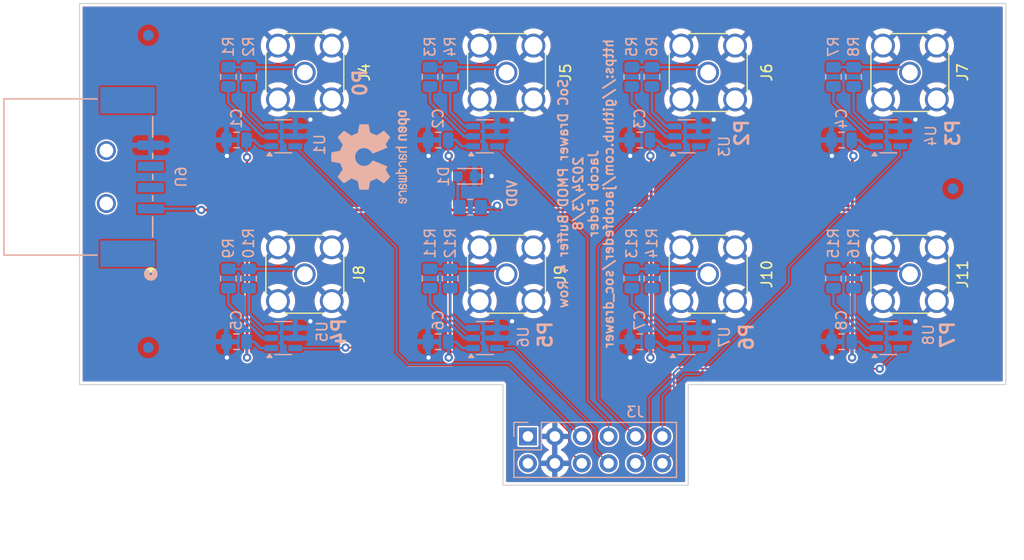
<source format=kicad_pcb>
(kicad_pcb (version 20240108) (generator "pcbnew") (generator_version "8.0")
  (title_block (title "SoC Drawer PMOD Buffer") (date "2024-03-08") (rev "1") (company "Jacob Feder"))
  (layers (0 "F.Cu" signal) (31 "B.Cu" signal) (34 "B.Paste" user) (35 "F.Paste" user) (36 "B.SilkS" user "B.Silkscreen") (37 "F.SilkS" user "F.Silkscreen") (38 "B.Mask" user) (39 "F.Mask" user) (44 "Edge.Cuts" user))
  (net 0 "")
  (net 1 "VDD")
  (net 2 "GND")
  (net 3 "/pmod_5/in")
  (net 4 "/pmod_2/in")
  (net 5 "/pmod_0/in")
  (net 6 "/pmod_3/in")
  (net 7 "/pmod_4/in")
  (net 9 "/pmod_1/in")
  (net 10 "/pmod_7/in")
  (net 11 "Net-(J4-In)")
  (net 12 "Net-(J5-In)")
  (net 13 "Net-(J6-In)")
  (net 14 "Net-(J7-In)")
  (net 15 "Net-(J8-In)")
  (net 16 "Net-(J9-In)")
  (net 17 "Net-(J10-In)")
  (net 18 "Net-(J11-In)")
  (net 19 "Net-(U1-P_OUT)")
  (net 20 "Net-(U1-N_OUT)")
  (net 21 "Net-(U2-P_OUT)")
  (net 22 "Net-(U2-N_OUT)")
  (net 23 "Net-(U3-P_OUT)")
  (net 24 "Net-(U3-N_OUT)")
  (net 25 "Net-(U4-P_OUT)")
  (net 26 "Net-(U4-N_OUT)")
  (net 27 "Net-(U5-P_OUT)")
  (net 28 "Net-(U5-N_OUT)")
  (net 29 "Net-(U6-P_OUT)")
  (net 30 "Net-(U6-N_OUT)")
  (net 31 "Net-(U7-P_OUT)")
  (net 32 "Net-(U7-N_OUT)")
  (net 33 "Net-(U8-P_OUT)")
  (net 34 "Net-(U8-N_OUT)")
  (net 36 "/pmod_6/in")
  (net 37 "Net-(D1-A)")
  (footprint "Connector_Coaxial:SMA_Amphenol_132134_Vertical" (layer "F.Cu") (at 45.835 41.57 90)
    (property "Reference" "J9")
    (property "Value" "Conn_Coaxial")
  )
  (footprint "Connector_Coaxial:SMA_Amphenol_132134_Vertical" (layer "F.Cu") (at 64.885 41.57 90)
    (property "Reference" "J10")
    (property "Value" "Conn_Coaxial")
  )
  (footprint "Connector_Coaxial:SMA_Amphenol_132134_Vertical" (layer "F.Cu") (at 83.935 22.52 90)
    (property "Reference" "J7")
    (property "Value" "Conn_Coaxial")
  )
  (footprint "Connector_Coaxial:SMA_Amphenol_132134_Vertical" (layer "F.Cu") (at 45.835 22.52 90)
    (property "Reference" "J5")
    (property "Value" "Conn_Coaxial")
  )
  (footprint "Connector_Coaxial:SMA_Amphenol_132134_Vertical" (layer "F.Cu") (at 64.885 22.52 90)
    (property "Reference" "J6")
    (property "Value" "Conn_Coaxial")
  )
  (footprint "Connector_Coaxial:SMA_Amphenol_132134_Vertical" (layer "F.Cu") (at 83.935 41.57 90)
    (property "Reference" "J11")
    (property "Value" "Conn_Coaxial" (hide yes))
  )
  (footprint "Connector_Coaxial:SMA_Amphenol_132134_Vertical" (layer "F.Cu") (at 26.785 41.57 90)
    (property "Reference" "J8")
    (property "Value" "Conn_Coaxial")
  )
  (footprint "Connector_Coaxial:SMA_Amphenol_132134_Vertical" (layer "F.Cu") (at 26.785 22.52 90)
    (property "Reference" "J4")
    (property "Value" "Conn_Coaxial")
  )
  (footprint "Package_TO_SOT_SMD:SOT-23-6" (layer "B.Cu") (at 62.8475 47.6)
    (property "Reference" "U7")
    (property "Value" "LM5114BMF")
  )
  (footprint "Package_TO_SOT_SMD:SOT-23-6" (layer "B.Cu") (at 24.7475 47.6)
    (property "Reference" "U5")
    (property "Value" "LM5114BMF")
  )
  (footprint "Capacitor_SMD:C_0805_2012Metric" (layer "B.Cu") (at 58.424 28.897 180)
    (property "Reference" "C3")
    (property "Value" "10u")
  )
  (footprint "Resistor_SMD:R_0805_2012Metric" (layer "B.Cu") (at 59.567 22.928 90)
    (property "Reference" "R6")
    (property "Value" "0")
  )
  (footprint "Resistor_SMD:R_0805_2012Metric_Pad1.20x1.40mm_HandSolder" (layer "B.Cu") (at 42.4061 35.24075 180)
    (property "Reference" "R17" (hide yes))
    (property "Value" "4.7k")
  )
  (footprint "Resistor_SMD:R_0805_2012Metric" (layer "B.Cu") (at 21.467 41.978 90)
    (property "Reference" "R10")
    (property "Value" "0")
  )
  (footprint "Capacitor_SMD:C_0805_2012Metric" (layer "B.Cu") (at 77.474 47.947 180)
    (property "Reference" "C8")
    (property "Value" "10u")
  )
  (footprint "Resistor_SMD:R_0805_2012Metric" (layer "B.Cu") (at 59.567 41.978 90)
    (property "Reference" "R14")
    (property "Value" "0")
  )
  (footprint "LED_SMD:LED_0603_1608Metric" (layer "B.Cu") (at 42.0251 32.31975 180)
    (property "Reference" "D1")
    (property "Value" "LED")
  )
  (footprint "Resistor_SMD:R_0805_2012Metric" (layer "B.Cu") (at 57.662 41.978 90)
    (property "Reference" "R13")
    (property "Value" "0")
  )
  (footprint "Capacitor_SMD:C_0805_2012Metric" (layer "B.Cu") (at 20.324 47.947 180)
    (property "Reference" "C5")
    (property "Value" "10u")
  )
  (footprint "Resistor_SMD:R_0805_2012Metric" (layer "B.Cu") (at 76.712 22.928 90)
    (property "Reference" "R7")
    (property "Value" "0")
  )
  (footprint "Resistor_SMD:R_0805_2012Metric" (layer "B.Cu") (at 21.467 22.928 90)
    (property "Reference" "R2")
    (property "Value" "0")
  )
  (footprint "Resistor_SMD:R_0805_2012Metric" (layer "B.Cu") (at 76.712 41.978 90)
    (property "Reference" "R15")
    (property "Value" "0")
  )
  (footprint "Resistor_SMD:R_0805_2012Metric" (layer "B.Cu") (at 19.562 22.928 90)
    (property "Reference" "R1")
    (property "Value" "0")
  )
  (footprint "Capacitor_SMD:C_0805_2012Metric" (layer "B.Cu") (at 39.374 28.897 180)
    (property "Reference" "C2")
    (property "Value" "10u")
  )
  (footprint "Resistor_SMD:R_0805_2012Metric" (layer "B.Cu") (at 78.617 22.928 90)
    (property "Reference" "R8")
    (property "Value" "0")
  )
  (footprint "Package_TO_SOT_SMD:SOT-23-6" (layer "B.Cu") (at 24.7475 28.55)
    (property "Reference" "U1")
    (property "Value" "LM5114BMF")
  )
  (footprint "Resistor_SMD:R_0805_2012Metric" (layer "B.Cu") (at 38.612 41.978 90)
    (property "Reference" "R11")
    (property "Value" "0")
  )
  (footprint "Resistor_SMD:R_0805_2012Metric" (layer "B.Cu") (at 78.617 41.978 90)
    (property "Reference" "R16")
    (property "Value" "0")
  )
  (footprint "Resistor_SMD:R_0805_2012Metric" (layer "B.Cu") (at 38.612 22.928 90)
    (property "Reference" "R3")
    (property "Value" "0")
  )
  (footprint "Capacitor_SMD:C_0805_2012Metric" (layer "B.Cu") (at 39.374 47.947 180)
    (property "Reference" "C6")
    (property "Value" "10u")
  )
  (footprint "Package_TO_SOT_SMD:SOT-23-6" (layer "B.Cu") (at 43.7975 47.6)
    (property "Reference" "U6")
    (property "Value" "LM5114BMF")
  )
  (footprint "Fiducial:Fiducial_1mm_Mask2mm" (layer "B.Cu") (at 88 33.5 -90)
    (property "Reference" "FID3" (hide yes))
    (property "Value" "Fiducial")
  )
  (footprint "Symbol:OSHW-Logo2_9.8x8mm_SilkScreen" (layer "B.Cu") (at 33 30.5 -90)
    (property "Reference" "SYM1" (hide yes))
    (property "Value" "Logo_Open_Hardware_Large" (hide yes))
  )
  (footprint "Fiducial:Fiducial_1mm_Mask2mm" (layer "B.Cu") (at 12 19 -90)
    (property "Reference" "FID1" (hide yes))
    (property "Value" "Fiducial")
  )
  (footprint "Package_TO_SOT_SMD:SOT-23-6" (layer "B.Cu") (at 62.8475 28.55)
    (property "Reference" "U3")
    (property "Value" "LM5114BMF")
  )
  (footprint "Connector_PinHeader_2.54mm:PinHeader_2x06_P2.54mm_Vertical" (layer "B.Cu") (at 47.859 56.894 -90)
    (property "Reference" "J3")
    (property "Value" "Conn_02x06_Odd_Even")
  )
  (footprint "Resistor_SMD:R_0805_2012Metric" (layer "B.Cu") (at 40.517 41.978 90)
    (property "Reference" "R12")
    (property "Value" "0")
  )
  (footprint "Fiducial:Fiducial_1mm_Mask2mm" (layer "B.Cu") (at 12 48.5 -90)
    (property "Reference" "FID2" (hide yes))
    (property "Value" "Fiducial")
  )
  (footprint "Resistor_SMD:R_0805_2012Metric" (layer "B.Cu") (at 19.562 41.978 90)
    (property "Reference" "R9")
    (property "Value" "0")
  )
  (footprint "custom_footprints:USB-A-S-RA-TSMT_ADM" (layer "B.Cu") (at 12.236618 35.388392 90)
    (property "Reference" "U9")
    (property "Value" "USB-A-S-RA-TSMT")
  )
  (footprint "Resistor_SMD:R_0805_2012Metric" (layer "B.Cu") (at 57.662 22.928 90)
    (property "Reference" "R5")
    (property "Value" "0")
  )
  (footprint "Capacitor_SMD:C_0805_2012Metric" (layer "B.Cu") (at 20.324 28.897 180)
    (property "Reference" "C1")
    (property "Value" "10u")
  )
  (footprint "Capacitor_SMD:C_0805_2012Metric" (layer "B.Cu") (at 58.424 47.947 180)
    (property "Reference" "C7")
    (property "Value" "10u")
  )
  (footprint "Package_TO_SOT_SMD:SOT-23-6" (layer "B.Cu") (at 81.8975 47.6)
    (property "Reference" "U8")
    (property "Value" "LM5114BMF")
  )
  (footprint "Capacitor_SMD:C_0805_2012Metric" (layer "B.Cu") (at 77.474 28.897 180)
    (property "Reference" "C4")
    (property "Value" "10u")
  )
  (footprint "Package_TO_SOT_SMD:SOT-23-6" (layer "B.Cu") (at 81.8975 28.55)
    (property "Reference" "U4")
    (property "Value" "LM5114BMF")
  )
  (footprint "Package_TO_SOT_SMD:SOT-23-6" (layer "B.Cu") (at 43.7975 28.55)
    (property "Reference" "U2" (hide yes))
    (property "Value" "LM5114BMF")
  )
  (footprint "Resistor_SMD:R_0805_2012Metric" (layer "B.Cu") (at 40.517 22.928 90)
    (property "Reference" "R4")
    (property "Value" "0")
  )
  (gr_line (start 45.5 52) (end 45.5 61.5) (stroke (width 0.1)) (layer "Edge.Cuts"))
  (gr_line (start 5.5 52) (end 45.5 52) (stroke (width 0.1)) (layer "Edge.Cuts"))
  (gr_line (start 5.5 16) (end 93 16) (stroke (width 0.1)) (layer "Edge.Cuts"))
  (gr_line (start 5.5 52) (end 5.5 16) (stroke (width 0.1)) (layer "Edge.Cuts"))
  (gr_line (start 45.5 61.5) (end 63 61.5) (stroke (width 0.1)) (layer "Edge.Cuts"))
  (gr_line (start 93 16) (end 93 52) (stroke (width 0.1)) (layer "Edge.Cuts"))
  (gr_line (start 63 61.5) (end 63 52) (stroke (width 0.1)) (layer "Edge.Cuts"))
  (gr_line (start 63 52) (end 93 52) (stroke (width 0.1)) (layer "Edge.Cuts"))
  (gr_text "P3" (at 88 28.235 90) (layer "B.SilkS") (effects (font (size 1.27 1.27) (thickness 0.254) (bold yes)) (justify mirror)))
  (gr_text "P4" (at 30 47 90) (layer "B.SilkS") (effects (font (size 1.27 1.27) (thickness 0.254) (bold yes)) (justify mirror)))
  (gr_text "P2" (at 68.06 28.235 90) (layer "B.SilkS") (effects (font (size 1.27 1.27) (thickness 0.254) (bold yes)) (justify mirror)))
  (gr_text "P7" (at 87.5 47.285 90) (layer "B.SilkS") (effects (font (size 1.27 1.27) (thickness 0.254) (bold yes)) (justify mirror)))
  (gr_text "P5" (at 49.5 47.285 90) (layer "B.SilkS") (effects (font (size 1.27 1.27) (thickness 0.254) (bold yes)) (justify mirror)))
  (gr_text "P0" (at 32 23.5 90) (layer "B.SilkS") (effects (font (size 1.27 1.27) (thickness 0.254) (bold yes)) (justify mirror)))
  (gr_text "P6" (at 68.5 47.5 90) (layer "B.SilkS") (effects (font (size 1.27 1.27) (thickness 0.254) (bold yes)) (justify mirror)))
  (gr_text "SoC Drawer PMOD Buffer 4 Row\n2024/3/8\nJacob Feder\nhttps://github.com/jacobfeder/soc_drawer" (at 53.328 33.95 90) (layer "B.SilkS") (effects (font (size 0.889 0.889) (thickness 0.1778) (bold yes)) (justify mirror)))
  (gr_text "VDD" (at 45.835 33.95 90) (layer "B.SilkS") (effects (font (size 0.889 0.889) (thickness 0.1778) (bold yes)) (justify top mirror)))
  (segment (start 40.5 35.5) (end 40.5 30.52) (width 0.254) (layer "F.Cu") (net 1))
  (segment (start 59.5 35.5) (end 59.5 49.368) (width 0.254) (layer "F.Cu") (net 1))
  (segment (start 59.5 49.368) (end 59.424 49.444) (width 0.254) (layer "F.Cu") (net 1))
  (segment (start 59.5 35.5) (end 59.5 30.47) (width 0.254) (layer "F.Cu") (net 1))
  (segment (start 40.5 35.5) (end 40.5 49.318) (width 0.254) (layer "F.Cu") (net 1))
  (segment (start 78.5 49.418) (end 78.474 49.444) (width 0.254) (layer "F.Cu") (net 1))
  (segment (start 40.5 35.5) (end 17 35.5) (width 0.254) (layer "F.Cu") (net 1))
  (segment (start 40.5 49.318) (end 40.374 49.444) (width 0.254) (layer "F.Cu") (net 1))
  (segment (start 78.5 35.5) (end 78.5 49.418) (width 0.254) (layer "F.Cu") (net 1))
  (segment (start 21.324 30.521) (end 21.324 49.444) (width 0.25) (layer "F.Cu") (net 1))
  (segment (start 59.5 30.47) (end 59.424 30.394) (width 0.254) (layer "F.Cu") (net 1))
  (segment (start 40.5 35.5) (end 44.539 35.5) (width 0.254) (layer "F.Cu") (net 1))
  (segment (start 44.539 35.5) (end 59.5 35.5) (width 0.254) (layer "F.Cu") (net 1))
  (segment (start 78.5 30.495) (end 78.601 30.394) (width 0.254) (layer "F.Cu") (net 1))
  (segment (start 44.539 35.5) (end 44.946 35.093) (width 0.254) (layer "F.Cu") (net 1))
  (segment (start 40.5 30.52) (end 40.374 30.394) (width 0.254) (layer "F.Cu") (net 1))
  (segment (start 78.5 35.5) (end 78.5 30.495) (width 0.254) (layer "F.Cu") (net 1))
  (segment (start 59.5 35.5) (end 78.5 35.5) (width 0.254) (layer "F.Cu") (net 1))
  (via (at 78.474 49.444) (size 0.8) (drill 0.4) (layers "F.Cu" "B.Cu") (net 1))
  (via (at 21.324 49.444) (size 0.8) (drill 0.4) (layers "F.Cu" "B.Cu") (net 1))
  (via (at 44.946 35.093) (size 0.8) (drill 0.4) (layers "F.Cu" "B.Cu") (net 1))
  (via (at 59.424 49.444) (size 0.8) (drill 0.4) (layers "F.Cu" "B.Cu") (net 1))
  (via (at 78.601 30.394) (size 0.8) (drill 0.4) (layers "F.Cu" "B.Cu") (net 1))
  (via (at 21.324 30.521) (size 0.8) (drill 0.4) (layers "F.Cu" "B.Cu") (net 1))
  (via (at 59.424 30.394) (size 0.8) (drill 0.4) (layers "F.Cu" "B.Cu") (net 1))
  (via (at 40.374 30.394) (size 0.8) (drill 0.4) (layers "F.Cu" "B.Cu") (net 1))
  (via (at 40.374 49.444) (size 0.8) (drill 0.4) (layers "F.Cu" "B.Cu") (net 1))
  (via (at 17 35.5) (size 0.8) (drill 0.4) (layers "F.Cu" "B.Cu") (net 1))
  (segment (start 78.424 30.217) (end 78.601 30.394) (width 0.25) (layer "B.Cu") (net 1))
  (segment (start 78.423999 49.393999) (end 78.474 49.444) (width 0.25) (layer "B.Cu") (net 1))
  (segment (start 22.578 29.5) (end 21.975 28.897) (width 0.25) (layer "B.Cu") (net 1))
  (segment (start 59.374 30.344) (end 59.424 30.394) (width 0.25) (layer "B.Cu") (net 1))
  (segment (start 21.34 48.013) (end 21.274 47.947) (width 0.25) (layer "B.Cu") (net 1))
  (segment (start 78.423999 47.947) (end 78.423999 49.393999) (width 0.25) (layer "B.Cu") (net 1))
  (segment (start 21.274 49.394) (end 21.324 49.444) (width 0.25) (layer "B.Cu") (net 1))
  (segment (start 41.628 48.55) (end 41.025 47.947) (width 0.25) (layer "B.Cu") (net 1))
  (segment (start 41.025 28.897) (end 40.324 28.897) (width 0.25) (layer "B.Cu") (net 1))
  (segment (start 60.075 28.897) (end 59.374 28.897) (width 0.25) (layer "B.Cu") (net 1))
  (segment (start 79.125 28.897) (end 78.424 28.897) (width 0.25) (layer "B.Cu") (net 1))
  (segment (start 44.79825 35.24075) (end 44.946 35.093) (width 0.25) (layer "B.Cu") (net 1))
  (segment (start 12.236618 35.388392) (end 16.888392 35.388392) (width 0.254) (layer "B.Cu") (net 1))
  (segment (start 23.61 29.5) (end 22.578 29.5) (width 0.25) (layer "B.Cu") (net 1))
  (segment (start 40.324 49.394) (end 40.374 49.444) (width 0.25) (layer "B.Cu") (net 1))
  (segment (start 21.274 28.897) (end 21.274 30.471) (width 0.25) (layer "B.Cu") (net 1))
  (segment (start 59.44 48.013) (end 59.374 47.947) (width 0.25) (layer "B.Cu") (net 1))
  (segment (start 43.4061 35.24075) (end 44.79825 35.24075) (width 0.25) (layer "B.Cu") (net 1))
  (segment (start 42.66 29.5) (end 41.628 29.5) (width 0.25) (layer "B.Cu") (net 1))
  (segment (start 40.324 28.897) (end 40.324 30.344) (width 0.25) (layer "B.Cu") (net 1))
  (segment (start 60.075 47.947) (end 59.374 47.947) (width 0.25) (layer "B.Cu") (net 1))
  (segment (start 40.39 48.013) (end 40.324 47.947) (width 0.25) (layer "B.Cu") (net 1))
  (segment (start 59.373999 49.393999) (end 59.424 49.444) (width 0.25) (layer "B.Cu") (net 1))
  (segment (start 79.125 47.947) (end 78.424 47.947) (width 0.25) (layer "B.Cu") (net 1))
  (segment (start 78.49 28.963) (end 78.424 28.897) (width 0.25) (layer "B.Cu") (net 1))
  (segment (start 60.678 48.55) (end 60.075 47.947) (width 0.25) (layer "B.Cu") (net 1))
  (segment (start 41.025 47.947) (end 40.324 47.947) (width 0.25) (layer "B.Cu") (net 1))
  (segment (start 59.373999 47.947) (end 59.373999 49.393999) (width 0.25) (layer "B.Cu") (net 1))
  (segment (start 40.324 47.947) (end 40.324 49.394) (width 0.25) (layer "B.Cu") (net 1))
  (segment (start 60.678 29.5) (end 60.075 28.897) (width 0.25) (layer "B.Cu") (net 1))
  (segment (start 21.34 28.963) (end 21.274 28.897) (width 0.25) (layer "B.Cu") (net 1))
  (segment (start 42.66 48.55) (end 41.628 48.55) (width 0.25) (layer "B.Cu") (net 1))
  (segment (start 21.274 30.471) (end 21.324 30.521) (width 0.25) (layer "B.Cu") (net 1))
  (segment (start 22.578 48.55) (end 21.975 47.947) (width 0.25) (layer "B.Cu") (net 1))
  (segment (start 40.324 30.344) (end 40.374 30.394) (width 0.25) (layer "B.Cu") (net 1))
  (segment (start 59.44 28.963) (end 59.374 28.897) (width 0.25) (layer "B.Cu") (net 1))
  (segment (start 21.975 47.947) (end 21.274 47.947) (width 0.25) (layer "B.Cu") (net 1))
  (segment (start 61.71 29.5) (end 60.678 29.5) (width 0.25) (layer "B.Cu") (net 1))
  (segment (start 59.374 28.897) (end 59.374 30.344) (width 0.25) (layer "B.Cu") (net 1))
  (segment (start 79.728 48.55) (end 79.125 47.947) (width 0.25) (layer "B.Cu") (net 1))
  (segment (start 80.76 29.5) (end 79.728 29.5) (width 0.25) (layer "B.Cu") (net 1))
  (segment (start 21.274 47.947) (end 21.274 49.394) (width 0.25) (layer "B.Cu") (net 1))
  (segment (start 21.975 28.897) (end 21.274 28.897) (width 0.25) (layer "B.Cu") (net 1))
  (segment (start 40.39 28.963) (end 40.324 28.897) (width 0.25) (layer "B.Cu") (net 1))
  (segment (start 78.49 48.013) (end 78.424 47.947) (width 0.25) (layer "B.Cu") (net 1))
  (segment (start 79.728 29.5) (end 79.125 28.897) (width 0.25) (layer "B.Cu") (net 1))
  (segment (start 78.424 28.897) (end 78.424 30.217) (width 0.25) (layer "B.Cu") (net 1))
  (segment (start 16.888392 35.388392) (end 17 35.5) (width 0.254) (layer "B.Cu") (net 1))
  (segment (start 41.628 29.5) (end 41.025 28.897) (width 0.25) (layer "B.Cu") (net 1))
  (segment (start 61.71 48.55) (end 60.678 48.55) (width 0.25) (layer "B.Cu") (net 1))
  (segment (start 23.61 48.55) (end 22.578 48.55) (width 0.25) (layer "B.Cu") (net 1))
  (segment (start 80.76 48.55) (end 79.728 48.55) (width 0.25) (layer "B.Cu") (net 1))
  (via (at 65.409 46.015) (size 0.8) (drill 0.4) (layers "F.Cu" "B.Cu") (net 2))
  (via (at 84.459 26.965) (size 0.8) (drill 0.4) (layers "F.Cu" "B.Cu") (net 2))
  (via (at 38.469 30.394) (size 0.8) (drill 0.4) (layers "F.Cu" "B.Cu") (net 2))
  (via (at 19.419 30.394) (size 0.8) (drill 0.4) (layers "F.Cu" "B.Cu") (net 2))
  (via (at 65.409 26.965) (size 0.8) (drill 0.4) (layers "F.Cu" "B.Cu") (net 2))
  (via (at 57.519 30.394) (size 0.8) (drill 0.4) (layers "F.Cu" "B.Cu") (net 2))
  (via (at 27.309 26.965) (size 0.8) (drill 0.4) (layers "F.Cu" "B.Cu") (net 2))
  (via (at 46.359 26.965) (size 0.8) (drill 0.4) (layers "F.Cu" "B.Cu") (net 2))
  (via (at 76.569 49.444) (size 0.8) (drill 0.4) (layers "F.Cu" "B.Cu") (net 2))
  (via (at 44.438 32.299) (size 0.8) (drill 0.4) (layers "F.Cu" "B.Cu") (net 2))
  (via (at 38.469 49.444) (size 0.8) (drill 0.4) (layers "F.Cu" "B.Cu") (net 2))
  (via (at 27.309 46.015) (size 0.8) (drill 0.4) (layers "F.Cu" "B.Cu") (net 2))
  (via (at 46.359 46.015) (size 0.8) (drill 0.4) (layers "F.Cu" "B.Cu") (net 2))
  (via (at 84.459 46.015) (size 0.8) (drill 0.4) (layers "F.Cu" "B.Cu") (net 2))
  (via (at 76.569 30.394) (size 0.8) (drill 0.4) (layers "F.Cu" "B.Cu") (net 2))
  (via (at 57.519 49.444) (size 0.8) (drill 0.4) (layers "F.Cu" "B.Cu") (net 2))
  (via (at 19.419 49.444) (size 0.8) (drill 0.4) (layers "F.Cu" "B.Cu") (net 2))
  (segment (start 42.8126 32.31975) (end 44.41725 32.31975) (width 0.25) (layer "B.Cu") (net 2))
  (segment (start 83.035 27.6) (end 84.432 27.6) (width 0.25) (layer "B.Cu") (net 2))
  (segment (start 38.424 28.897) (end 38.424 30.349) (width 0.1524) (layer "B.Cu") (net 2))
  (segment (start 84.459 46.677) (end 84.459 46.015) (width 0.25) (layer "B.Cu") (net 2))
  (segment (start 64.867 47.6) (end 65.409 47.058) (width 0.25) (layer "B.Cu") (net 2))
  (segment (start 19.374 28.897) (end 19.374 30.349) (width 0.1524) (layer "B.Cu") (net 2))
  (segment (start 84.432 46.65) (end 84.459 46.677) (width 0.25) (layer "B.Cu") (net 2))
  (segment (start 65.382 27.6) (end 65.409 27.627) (width 0.25) (layer "B.Cu") (net 2))
  (segment (start 83.035 46.65) (end 84.432 46.65) (width 0.25) (layer "B.Cu") (net 2))
  (segment (start 44.935 28.55) (end 45.817 28.55) (width 0.25) (layer "B.Cu") (net 2))
  (segment (start 27.282 46.65) (end 27.309 46.677) (width 0.25) (layer "B.Cu") (net 2))
  (segment (start 38.424 47.947) (end 38.424 49.399) (width 0.1524) (layer "B.Cu") (net 2))
  (segment (start 57.474 49.399) (end 57.519 49.444) (width 0.1524) (layer "B.Cu") (net 2))
  (segment (start 45.817 28.55) (end 46.359 28.008) (width 0.25) (layer "B.Cu") (net 2))
  (segment (start 44.41725 32.31975) (end 44.438 32.299) (width 0.25) (layer "B.Cu") (net 2))
  (segment (start 27.282 27.6) (end 27.309 27.627) (width 0.25) (layer "B.Cu") (net 2))
  (segment (start 46.359 27.627) (end 46.359 26.965) (width 0.25) (layer "B.Cu") (net 2))
  (segment (start 45.817 47.6) (end 46.359 47.058) (width 0.25) (layer "B.Cu") (net 2))
  (segment (start 83.917 28.55) (end 84.459 28.008) (width 0.25) (layer "B.Cu") (net 2))
  (segment (start 65.409 28.008) (end 65.409 27.627) (width 0.25) (layer "B.Cu") (net 2))
  (segment (start 25.885 28.55) (end 26.767 28.55) (width 0.25) (layer "B.Cu") (net 2))
  (segment (start 65.409 27.627) (end 65.409 26.965) (width 0.25) (layer "B.Cu") (net 2))
  (segment (start 84.459 47.058) (end 84.459 46.677) (width 0.25) (layer "B.Cu") (net 2))
  (segment (start 27.309 47.058) (end 27.309 46.677) (width 0.25) (layer "B.Cu") (net 2))
  (segment (start 65.409 46.677) (end 65.409 46.015) (width 0.25) (layer "B.Cu") (net 2))
  (segment (start 46.332 27.6) (end 46.359 27.627) (width 0.25) (layer "B.Cu") (net 2))
  (segment (start 25.885 27.6) (end 27.282 27.6) (width 0.25) (layer "B.Cu") (net 2))
  (segment (start 27.309 27.627) (end 27.309 26.965) (width 0.25) (layer "B.Cu") (net 2))
  (segment (start 63.985 28.55) (end 64.867 28.55) (width 0.25) (layer "B.Cu") (net 2))
  (segment (start 26.767 28.55) (end 27.309 28.008) (width 0.25) (layer "B.Cu") (net 2))
  (segment (start 44.935 46.65) (end 46.332 46.65) (width 0.25) (layer "B.Cu") (net 2))
  (segment (start 46.332 46.65) (end 46.359 46.677) (width 0.25) (layer "B.Cu") (net 2))
  (segment (start 44.935 27.6) (end 46.332 27.6) (width 0.25) (layer "B.Cu") (net 2))
  (segment (start 84.459 28.008) (end 84.459 27.627) (width 0.25) (layer "B.Cu") (net 2))
  (segment (start 65.409 47.058) (end 65.409 46.677) (width 0.25) (layer "B.Cu") (net 2))
  (segment (start 84.432 27.6) (end 84.459 27.627) (width 0.25) (layer "B.Cu") (net 2))
  (segment (start 25.885 47.6) (end 26.767 47.6) (width 0.25) (layer "B.Cu") (net 2))
  (segment (start 19.374 49.399) (end 19.419 49.444) (width 0.1524) (layer "B.Cu") (net 2))
  (segment (start 19.374 47.947) (end 19.374 49.399) (width 0.1524) (layer "B.Cu") (net 2))
  (segment (start 25.885 46.65) (end 27.282 46.65) (width 0.25) (layer "B.Cu") (net 2))
  (segment (start 83.035 28.55) (end 83.917 28.55) (width 0.25) (layer "B.Cu") (net 2))
  (segment (start 19.374 30.349) (end 19.419 30.394) (width 0.1524) (layer "B.Cu") (net 2))
  (segment (start 76.524 49.399) (end 76.569 49.444) (width 0.1524) (layer "B.Cu") (net 2))
  (segment (start 83.035 47.6) (end 83.917 47.6) (width 0.25) (layer "B.Cu") (net 2))
  (segment (start 46.359 28.008) (end 46.359 27.627) (width 0.25) (layer "B.Cu") (net 2))
  (segment (start 27.309 28.008) (end 27.309 27.627) (width 0.25) (layer "B.Cu") (net 2))
  (segment (start 57.474 28.897) (end 57.474 30.349) (width 0.1524) (layer "B.Cu") (net 2))
  (segment (start 83.917 47.6) (end 84.459 47.058) (width 0.25) (layer "B.Cu") (net 2))
  (segment (start 76.524 28.897) (end 76.524 30.349) (width 0.1524) (layer "B.Cu") (net 2))
  (segment (start 46.359 46.677) (end 46.359 46.015) (width 0.25) (layer "B.Cu") (net 2))
  (segment (start 64.867 28.55) (end 65.409 28.008) (width 0.25) (layer "B.Cu") (net 2))
  (segment (start 76.524 30.349) (end 76.569 30.394) (width 0.1524) (layer "B.Cu") (net 2))
  (segment (start 63.985 27.6) (end 65.382 27.6) (width 0.25) (layer "B.Cu") (net 2))
  (segment (start 84.459 27.627) (end 84.459 26.965) (width 0.25) (layer "B.Cu") (net 2))
  (segment (start 44.935 47.6) (end 45.817 47.6) (width 0.25) (layer "B.Cu") (net 2))
  (segment (start 46.359 47.058) (end 46.359 46.677) (width 0.25) (layer "B.Cu") (net 2))
  (segment (start 63.985 46.65) (end 65.382 46.65) (width 0.25) (layer "B.Cu") (net 2))
  (segment (start 63.985 47.6) (end 64.867 47.6) (width 0.25) (layer "B.Cu") (net 2))
  (segment (start 57.474 47.947) (end 57.474 49.399) (width 0.1524) (layer "B.Cu") (net 2))
  (segment (start 76.524 47.947) (end 76.524 49.399) (width 0.1524) (layer "B.Cu") (net 2))
  (segment (start 38.424 30.349) (end 38.469 30.394) (width 0.1524) (layer "B.Cu") (net 2))
  (segment (start 65.382 46.65) (end 65.409 46.677) (width 0.25) (layer "B.Cu") (net 2))
  (segment (start 26.767 47.6) (end 27.309 47.058) (width 0.25) (layer "B.Cu") (net 2))
  (segment (start 57.474 30.349) (end 57.519 30.394) (width 0.1524) (layer "B.Cu") (net 2))
  (segment (start 38.424 49.399) (end 38.469 49.444) (width 0.1524) (layer "B.Cu") (net 2))
  (segment (start 27.309 46.677) (end 27.309 46.015) (width 0.25) (layer "B.Cu") (net 2))
  (segment (start 55.479 59.434) (end 54.215793 58.170793) (width 0.1524) (layer "B.Cu") (net 3))
  (segment (start 54.215793 58.170793) (end 54.215793 56.215793) (width 0.1524) (layer "B.Cu") (net 3))
  (segment (start 46.55 48.55) (end 44.935 48.55) (width 0.1524) (layer "B.Cu") (net 3))
  (segment (start 54.215793 56.215793) (end 46.55 48.55) (width 0.1524) (layer "B.Cu") (net 3))
  (segment (start 58.019 56.894) (end 54.5 53.375) (width 0.1524) (layer "B.Cu") (net 4))
  (segment (start 55 38.485) (end 63.985 29.5) (width 0.1524) (layer "B.Cu") (net 4))
  (segment (start 54.5 39) (end 55 38.5) (width 0.1524) (layer "B.Cu") (net 4))
  (segment (start 55 38.5) (end 55 38.485) (width 0.1524) (layer "B.Cu") (net 4))
  (segment (start 54.5 53.375) (end 54.5 39) (width 0.1524) (layer "B.Cu") (net 4))
  (segment (start 40.706975 50) (end 40.634375 50.0726) (width 0.1524) (layer "B.Cu") (net 5))
  (segment (start 35.4425 48.9425) (end 35.4425 39.0575) (width 0.1524) (layer "B.Cu") (net 5))
  (segment (start 40.634375 50.0726) (end 36.5726 50.0726) (width 0.1524) (layer "B.Cu") (net 5))
  (segment (start 46.045 50) (end 40.706975 50) (width 0.1524) (layer "B.Cu") (net 5))
  (segment (start 52.939 56.894) (end 46.045 50) (width 0.1524) (layer "B.Cu") (net 5))
  (segment (start 36.5726 50.0726) (end 35.4425 48.9425) (width 0.1524) (layer "B.Cu") (net 5))
  (segment (start 35.4425 39.0575) (end 25.885 29.5) (width 0.1524) (layer "B.Cu") (net 5))
  (segment (start 83.019 30.394) (end 83.019 29.394) (width 0.1524) (layer "B.Cu") (net 6))
  (segment (start 64 51) (end 72.5 42.5) (width 0.1524) (layer "B.Cu") (net 6))
  (segment (start 60.559 53.057994) (end 62.616994 51) (width 0.1524) (layer "B.Cu") (net 6))
  (segment (start 72.5 42.5) (end 72.5 40.913) (width 0.1524) (layer "B.Cu") (net 6))
  (segment (start 72.5 40.913) (end 83.019 30.394) (width 0.1524) (layer "B.Cu") (net 6))
  (segment (start 62.616994 51) (end 64 51) (width 0.1524) (layer "B.Cu") (net 6))
  (segment (start 60.559 56.894) (end 60.559 53.057994) (width 0.1524) (layer "B.Cu") (net 6))
  (segment (start 45.765185 50.5) (end 35.5 50.5) (width 0.1524) (layer "F.Cu") (net 7))
  (segment (start 52.939 59.434) (end 51.714967 58.209967) (width 0.1524) (layer "F.Cu") (net 7))
  (segment (start 51.714967 56.449782) (end 45.765185 50.5) (width 0.1524) (layer "F.Cu") (net 7))
  (segment (start 51.714967 58.209967) (end 51.714967 56.449782) (width 0.1524) (layer "F.Cu") (net 7))
  (segment (start 33.5 48.5) (end 30.6286 48.5) (width 0.1524) (layer "F.Cu") (net 7))
  (segment (start 35.5 50.5) (end 33.5 48.5) (width 0.1524) (layer "F.Cu") (net 7))
  (via (at 30.6286 48.5) (size 0.8) (drill 0.4) (layers "F.Cu" "B.Cu") (net 7))
  (segment (start 30.5786 48.55) (end 30.6286 48.5) (width 0.1524) (layer "B.Cu") (net 7))
  (segment (start 25.885 48.55) (end 30.5786 48.55) (width 0.1524) (layer "B.Cu") (net 7))
  (segment (start 53.5 38.065) (end 44.935 29.5) (width 0.1524) (layer "B.Cu") (net 9))
  (segment (start 53.5 53.5) (end 53.5 38.065) (width 0.1524) (layer "B.Cu") (net 9))
  (segment (start 55.479 55.479) (end 53.5 53.5) (width 0.1524) (layer "B.Cu") (net 9))
  (segment (start 55.479 56.894) (end 55.479 55.479) (width 0.1524) (layer "B.Cu") (net 9))
  (segment (start 61.6376 58.3554) (end 61.6376 50.8624) (width 0.1524) (layer "F.Cu") (net 10))
  (segment (start 60.559 59.434) (end 61.6376 58.3554) (width 0.1524) (layer "F.Cu") (net 10))
  (segment (start 62 50.5) (end 81.085 50.5) (width 0.1524) (layer "F.Cu") (net 10))
  (segment (start 61.6376 50.8624) (end 62 50.5) (width 0.1524) (layer "F.Cu") (net 10))
  (via (at 81.085 50.5) (size 0.8) (drill 0.4) (layers "F.Cu" "B.Cu") (net 10))
  (segment (start 81.085 50.5) (end 83.035 48.55) (width 0.1524) (layer "B.Cu") (net 10))
  (segment (start 19.562 22.0155) (end 21.467 22.0155) (width 0.25) (layer "B.Cu") (net 11))
  (segment (start 26.2805 22.0155) (end 26.785 22.52) (width 0.25) (layer "B.Cu") (net 11))
  (segment (start 21.467 22.0155) (end 26.2805 22.0155) (width 0.25) (layer "B.Cu") (net 11))
  (segment (start 40.517 22.0155) (end 45.3305 22.0155) (width 0.25) (layer "B.Cu") (net 12))
  (segment (start 38.612 22.0155) (end 40.517 22.0155) (width 0.25) (layer "B.Cu") (net 12))
  (segment (start 45.3305 22.0155) (end 45.835 22.52) (width 0.25) (layer "B.Cu") (net 12))
  (segment (start 59.567 22.0155) (end 64.3805 22.0155) (width 0.25) (layer "B.Cu") (net 13))
  (segment (start 64.3805 22.0155) (end 64.885 22.52) (width 0.25) (layer "B.Cu") (net 13))
  (segment (start 57.662 22.0155) (end 59.567 22.0155) (width 0.25) (layer "B.Cu") (net 13))
  (segment (start 78.617 22.0155) (end 83.4305 22.0155) (width 0.25) (layer "B.Cu") (net 14))
  (segment (start 83.4305 22.0155) (end 83.935 22.52) (width 0.25) (layer "B.Cu") (net 14))
  (segment (start 76.712 22.0155) (end 78.617 22.0155) (width 0.25) (layer "B.Cu") (net 14))
  (segment (start 21.467 41.0655) (end 26.2805 41.0655) (width 0.25) (layer "B.Cu") (net 15))
  (segment (start 19.562 41.0655) (end 21.467 41.0655) (width 0.25) (layer "B.Cu") (net 15))
  (segment (start 26.2805 41.0655) (end 26.785 41.57) (width 0.25) (layer "B.Cu") (net 15))
  (segment (start 38.612 41.0655) (end 40.517 41.0655) (width 0.25) (layer "B.Cu") (net 16))
  (segment (start 45.3305 41.0655) (end 45.835 41.57) (width 0.25) (layer "B.Cu") (net 16))
  (segment (start 40.517 41.0655) (end 45.3305 41.0655) (width 0.25) (layer "B.Cu") (net 16))
  (segment (start 59.567 41.0655) (end 64.3805 41.0655) (width 0.25) (layer "B.Cu") (net 17))
  (segment (start 64.3805 41.0655) (end 64.885 41.57) (width 0.25) (layer "B.Cu") (net 17))
  (segment (start 57.662 41.0655) (end 59.567 41.0655) (width 0.25) (layer "B.Cu") (net 17))
  (segment (start 83.4305 41.0655) (end 83.935 41.57) (width 0.25) (layer "B.Cu") (net 18))
  (segment (start 76.712 41.0655) (end 78.617 41.0655) (width 0.25) (layer "B.Cu") (net 18))
  (segment (start 78.617 41.0655) (end 83.4305 41.0655) (width 0.25) (layer "B.Cu") (net 18))
  (segment (start 22.771 28.55) (end 19.562 25.341) (width 0.25) (layer "B.Cu") (net 19))
  (segment (start 19.562 25.341) (end 19.562 23.8405) (width 0.25) (layer "B.Cu") (net 19))
  (segment (start 23.61 28.55) (end 22.771 28.55) (width 0.25) (layer "B.Cu") (net 19))
  (segment (start 22.837 27.6) (end 21.467 26.23) (width 0.25) (layer "B.Cu") (net 20))
  (segment (start 23.61 27.6) (end 22.837 27.6) (width 0.25) (layer "B.Cu") (net 20))
  (segment (start 21.467 26.23) (end 21.467 23.8405) (width 0.25) (layer "B.Cu") (net 20))
  (segment (start 41.821 28.55) (end 38.612 25.341) (width 0.25) (layer "B.Cu") (net 21))
  (segment (start 42.66 28.55) (end 41.821 28.55) (width 0.25) (layer "B.Cu") (net 21))
  (segment (start 38.612 25.341) (end 38.612 23.8405) (width 0.25) (layer "B.Cu") (net 21))
  (segment (start 42.66 27.6) (end 41.887 27.6) (width 0.25) (layer "B.Cu") (net 22))
  (segment (start 41.887 27.6) (end 40.517 26.23) (width 0.25) (layer "B.Cu") (net 22))
  (segment (start 40.517 26.23) (end 40.517 23.8405) (width 0.25) (layer "B.Cu") (net 22))
  (segment (start 61.71 28.55) (end 60.871 28.55) (width 0.25) (layer "B.Cu") (net 23))
  (segment (start 57.662 25.341) (end 57.662 23.8405) (width 0.25) (layer "B.Cu") (net 23))
  (segment (start 60.871 28.55) (end 57.662 25.341) (width 0.25) (layer "B.Cu") (net 23))
  (segment (start 61.71 27.6) (end 60.937 27.6) (width 0.25) (layer "B.Cu") (net 24))
  (segment (start 60.937 27.6) (end 59.567 26.23) (width 0.25) (layer "B.Cu") (net 24))
  (segment (start 59.567 26.23) (end 59.567 23.8405) (width 0.25) (layer "B.Cu") (net 24))
  (segment (start 79.921 28.55) (end 76.712 25.341) (width 0.25) (layer "B.Cu") (net 25))
  (segment (start 76.712 25.341) (end 76.712 23.8405) (width 0.25) (layer "B.Cu") (net 25))
  (segment (start 80.76 28.55) (end 79.921 28.55) (width 0.25) (layer "B.Cu") (net 25))
  (segment (start 79.987 27.6) (end 78.617 26.23) (width 0.25) (layer "B.Cu") (net 26))
  (segment (start 80.76 27.6) (end 79.987 27.6) (width 0.25) (layer "B.Cu") (net 26))
  (segment (start 78.617 26.23) (end 78.617 23.8405) (width 0.25) (layer "B.Cu") (net 26))
  (segment (start 19.562 44.391) (end 19.562 42.8905) (width 0.25) (layer "B.Cu") (net 27))
  (segment (start 23.61 47.6) (end 22.771 47.6) (width 0.25) (layer "B.Cu") (net 27))
  (segment (start 22.771 47.6) (end 19.562 44.391) (width 0.25) (layer "B.Cu") (net 27))
  (segment (start 22.837 46.65) (end 21.467 45.28) (width 0.25) (layer "B.Cu") (net 28))
  (segment (start 21.467 45.28) (end 21.467 42.8905) (width 0.25) (layer "B.Cu") (net 28))
  (segment (start 23.61 46.65) (end 22.837 46.65) (width 0.25) (layer "B.Cu") (net 28))
  (segment (start 42.66 47.6) (end 41.821 47.6) (width 0.25) (layer "B.Cu") (net 29))
  (segment (start 41.821 47.6) (end 38.612 44.391) (width 0.25) (layer "B.Cu") (net 29))
  (segment (start 38.612 44.391) (end 38.612 42.8905) (width 0.25) (layer "B.Cu") (net 29))
  (segment (start 41.887 46.65) (end 40.517 45.28) (width 0.25) (layer "B.Cu") (net 30))
  (segment (start 40.517 45.28) (end 40.517 42.8905) (width 0.25) (layer "B.Cu") (net 30))
  (segment (start 42.66 46.65) (end 41.887 46.65) (width 0.25) (layer "B.Cu") (net 30))
  (segment (start 57.662 44.391) (end 57.662 42.8905) (width 0.25) (layer "B.Cu") (net 31))
  (segment (start 61.71 47.6) (end 60.871 47.6) (width 0.25) (layer "B.Cu") (net 31))
  (segment (start 60.871 47.6) (end 57.662 44.391) (width 0.25) (layer "B.Cu") (net 31))
  (segment (start 60.937 46.65) (end 59.567 45.28) (width 0.25) (layer "B.Cu") (net 32))
  (segment (start 59.567 45.28) (end 59.567 42.8905) (width 0.25) (layer "B.Cu") (net 32))
  (segment (start 61.71 46.65) (end 60.937 46.65) (width 0.25) (layer "B.Cu") (net 32))
  (segment (start 80.76 47.6) (end 79.921 47.6) (width 0.25) (layer "B.Cu") (net 33))
  (segment (start 79.921 47.6) (end 76.712 44.391) (width 0.25) (layer "B.Cu") (net 33))
  (segment (start 76.712 44.391) (end 76.712 42.8905) (width 0.25) (layer "B.Cu") (net 33))
  (segment (start 79.987 46.65) (end 78.617 45.28) (width 0.25) (layer "B.Cu") (net 34))
  (segment (start 80.76 46.65) (end 79.987 46.65) (width 0.25) (layer "B.Cu") (net 34))
  (segment (start 78.617 45.28) (end 78.617 42.8905) (width 0.25) (layer "B.Cu") (net 34))
  (segment (start 59.29911 53.23589) (end 63.985 48.55) (width 0.1524) (layer "B.Cu") (net 36))
  (segment (start 59.29911 58.15389) (end 59.29911 53.23589) (width 0.1524) (layer "B.Cu") (net 36))
  (segment (start 58.019 59.434) (end 59.29911 58.15389) (width 0.1524) (layer "B.Cu") (net 36))
  (segment (start 41.2376 35.07225) (end 41.4061 35.24075) (width 0.25) (layer "B.Cu") (net 37))
  (segment (start 41.2376 32.31975) (end 41.2376 35.07225) (width 0.25) (layer "B.Cu") (net 37))
  (zone (net 2) (net_name "GND") (layers "F&B.Cu") (connect_pads (clearance 0.1524)) (min_thickness 0.1524) (fill yes (thermal_gap 0.5) (thermal_bridge_width 0.5))
    (polygon (pts (xy -2.01 63.73) (xy -1.51 15.67) (xy 94.73 16.17) (xy 94.23 64.23)))
  )
)
</source>
